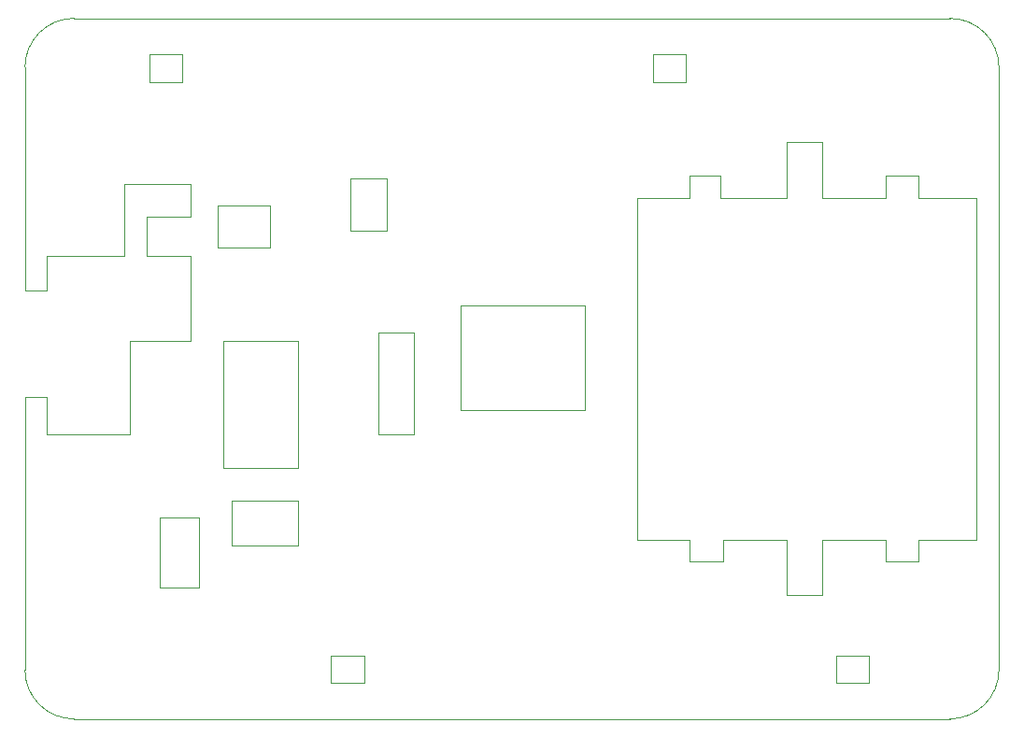
<source format=gbr>
%TF.GenerationSoftware,KiCad,Pcbnew,(6.0.4)*%
%TF.CreationDate,2023-01-10T11:36:53+00:00*%
%TF.ProjectId,middle,6d696464-6c65-42e6-9b69-6361645f7063,rev?*%
%TF.SameCoordinates,Original*%
%TF.FileFunction,Profile,NP*%
%FSLAX46Y46*%
G04 Gerber Fmt 4.6, Leading zero omitted, Abs format (unit mm)*
G04 Created by KiCad (PCBNEW (6.0.4)) date 2023-01-10 11:36:53*
%MOMM*%
%LPD*%
G01*
G04 APERTURE LIST*
%TA.AperFunction,Profile*%
%ADD10C,0.100000*%
%TD*%
%TA.AperFunction,Profile*%
%ADD11C,0.050000*%
%TD*%
G04 APERTURE END LIST*
D10*
X98534907Y-75379907D02*
X102520907Y-75379907D01*
X87534893Y-112934907D02*
G75*
G03*
X91979907Y-117379907I4445007J7D01*
G01*
X102534907Y-83129907D02*
X97034907Y-83129907D01*
X102520907Y-75379907D02*
X102534907Y-83129907D01*
X117034907Y-68379907D02*
X120284907Y-68379907D01*
X120284907Y-68379907D02*
X120284907Y-73129907D01*
X120284907Y-73129907D02*
X117034907Y-73129907D01*
X117034907Y-73129907D02*
X117034907Y-68379907D01*
X156534907Y-70129907D02*
X156534907Y-65129907D01*
X147784907Y-70129907D02*
X147784907Y-68129907D01*
X165534907Y-103129907D02*
X165534907Y-101129907D01*
X102534907Y-68879907D02*
X102534907Y-71879907D01*
X150784907Y-101129907D02*
X156534907Y-101129907D01*
X147784907Y-103129907D02*
X150784907Y-103129907D01*
X89500000Y-75379907D02*
X96534907Y-75379907D01*
X159784907Y-101129907D02*
X159784907Y-106129907D01*
X175799907Y-58324907D02*
X175799907Y-112934907D01*
X165534907Y-101129907D02*
X159784907Y-101129907D01*
X127034907Y-79879907D02*
X138284907Y-79879907D01*
X138284907Y-79879907D02*
X138284907Y-89379907D01*
X138284907Y-89379907D02*
X127034907Y-89379907D01*
X127034907Y-89379907D02*
X127034907Y-79879907D01*
X150534907Y-68129907D02*
X150534907Y-70129907D01*
X115284907Y-111629907D02*
X118284907Y-111629907D01*
X118284907Y-111629907D02*
X118284907Y-114129907D01*
X118284907Y-114129907D02*
X115284907Y-114129907D01*
X115284907Y-114129907D02*
X115284907Y-111629907D01*
X165534907Y-70129907D02*
X165534907Y-68129907D01*
X156534907Y-65129907D02*
X159784907Y-65129907D01*
X159784907Y-106129907D02*
X156534907Y-106129907D01*
X168534907Y-70129907D02*
X173784907Y-70129907D01*
X98784907Y-57129907D02*
X101784907Y-57129907D01*
X101784907Y-57129907D02*
X101784907Y-59629907D01*
X101784907Y-59629907D02*
X98784907Y-59629907D01*
X98784907Y-59629907D02*
X98784907Y-57129907D01*
X97034907Y-91629907D02*
X89500000Y-91629907D01*
X102534907Y-71879907D02*
X98534907Y-71879907D01*
X119534907Y-82379907D02*
X122784907Y-82379907D01*
X122784907Y-82379907D02*
X122784907Y-91629907D01*
X122784907Y-91629907D02*
X119534907Y-91629907D01*
X119534907Y-91629907D02*
X119534907Y-82379907D01*
X173784907Y-70129907D02*
X173784907Y-101129907D01*
X96534907Y-68879907D02*
X102534907Y-68879907D01*
D11*
X89500000Y-75379907D02*
X89500000Y-78517907D01*
D10*
X91979907Y-53879907D02*
G75*
G03*
X87534907Y-58324907I-7J-4444993D01*
G01*
X106284907Y-97629907D02*
X112284907Y-97629907D01*
X112284907Y-97629907D02*
X112284907Y-101629907D01*
X112284907Y-101629907D02*
X106284907Y-101629907D01*
X106284907Y-101629907D02*
X106284907Y-97629907D01*
X143034907Y-70129907D02*
X147784907Y-70129907D01*
X156534907Y-106129907D02*
X156534907Y-101129907D01*
X147784907Y-103129907D02*
X147784907Y-101129907D01*
X97034907Y-83129907D02*
X97034907Y-91629907D01*
X96534907Y-75379907D02*
X96534907Y-68879907D01*
X105034907Y-70879907D02*
X109784907Y-70879907D01*
X109784907Y-70879907D02*
X109784907Y-74629907D01*
X109784907Y-74629907D02*
X105034907Y-74629907D01*
X105034907Y-74629907D02*
X105034907Y-70879907D01*
X147784907Y-101129907D02*
X143034907Y-101129907D01*
X168534907Y-68129907D02*
X168534907Y-70129907D01*
X89500000Y-88169907D02*
X87534907Y-88169907D01*
X161034907Y-111629907D02*
X164034907Y-111629907D01*
X164034907Y-111629907D02*
X164034907Y-114129907D01*
X164034907Y-114129907D02*
X161034907Y-114129907D01*
X161034907Y-114129907D02*
X161034907Y-111629907D01*
X144434907Y-57129907D02*
X147434907Y-57129907D01*
X147434907Y-57129907D02*
X147434907Y-59629907D01*
X147434907Y-59629907D02*
X144434907Y-59629907D01*
X144434907Y-59629907D02*
X144434907Y-57129907D01*
X143034907Y-101129907D02*
X143034907Y-70129907D01*
X165534907Y-70129907D02*
X159784907Y-70129907D01*
X87534907Y-78517907D02*
X87534907Y-58324907D01*
X150534907Y-70129907D02*
X156534907Y-70129907D01*
X99726907Y-99091907D02*
X103282907Y-99091907D01*
X103282907Y-99091907D02*
X103282907Y-105441907D01*
X103282907Y-105441907D02*
X99726907Y-105441907D01*
X99726907Y-105441907D02*
X99726907Y-99091907D01*
X147784907Y-68129907D02*
X150534907Y-68129907D01*
D11*
X89500000Y-88169907D02*
X89500000Y-91629907D01*
D10*
X87534907Y-78517907D02*
X89500000Y-78517907D01*
X87534907Y-88169907D02*
X87534907Y-112934907D01*
X168534907Y-101129907D02*
X168534907Y-103129907D01*
X173784907Y-101129907D02*
X168534907Y-101129907D01*
X150784907Y-101129907D02*
X150784907Y-103129907D01*
X171354907Y-53879907D02*
X91979907Y-53879907D01*
X105534907Y-83129907D02*
X112284907Y-83129907D01*
X112284907Y-83129907D02*
X112284907Y-94629907D01*
X112284907Y-94629907D02*
X105534907Y-94629907D01*
X105534907Y-94629907D02*
X105534907Y-83129907D01*
X171354907Y-117379907D02*
G75*
G03*
X175799907Y-112934907I-7J4445007D01*
G01*
X168534907Y-68129907D02*
X165534907Y-68129907D01*
X98534907Y-71879907D02*
X98534907Y-75379907D01*
X171354907Y-117379907D02*
X91979907Y-117379907D01*
X168534907Y-103129907D02*
X165534907Y-103129907D01*
X175799893Y-58324907D02*
G75*
G03*
X171354907Y-53879907I-4444993J7D01*
G01*
X159784907Y-65129907D02*
X159784907Y-70129907D01*
M02*

</source>
